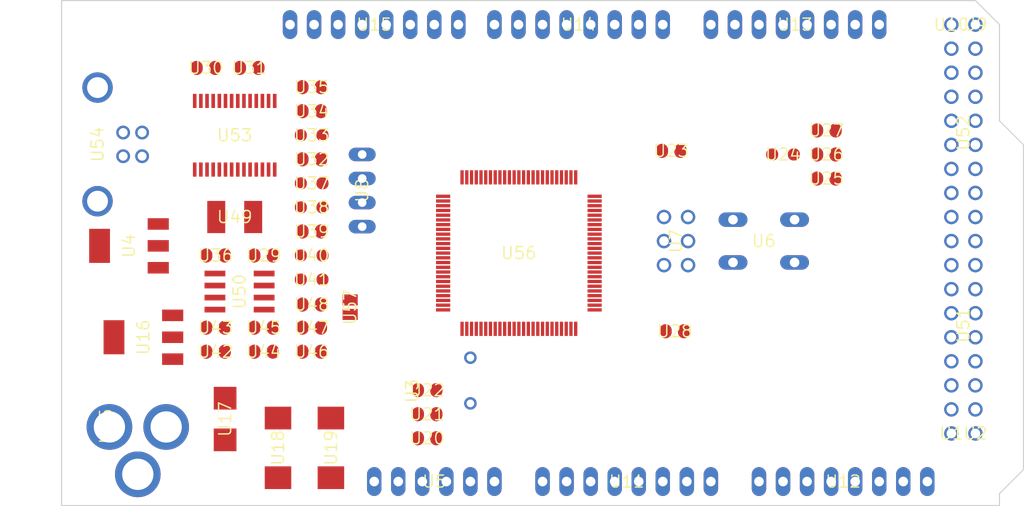
<source format=kicad_pcb>
(kicad_pcb (version 20221018) (generator pcbnew)
  (layers (0 "F.Cu" signal "Top") (31 "B.Cu" signal "Bottom") (34 "B.Paste" user) (35 "F.Paste" user) (36 "B.SilkS" user "B.Silkscreen") (37 "F.SilkS" user "F.Silkscreen") (38 "B.Mask" user) (39 "F.Mask" user) (44 "Edge.Cuts" user))
  (net 0 "")
  (net 1 "+5V")
  (net 2 "GND")
  (net 3 "N$6")
  (net 4 "N$7")
  (net 5 "AREF")
  (net 6 "RESET")
  (net 7 "VIN")
  (net 8 "N$3")
  (net 9 "PWRIN")
  (net 10 "M8RXD")
  (net 11 "M8TXD")
  (net 12 "ADC0")
  (net 13 "ADC2")
  (net 14 "ADC1")
  (net 15 "ADC3")
  (net 16 "ADC4")
  (net 17 "ADC5")
  (net 18 "ADC6")
  (net 19 "ADC7")
  (net 20 "+3V3")
  (net 21 "SDA")
  (net 22 "SCL")
  (net 23 "ADC9")
  (net 24 "ADC8")
  (net 25 "ADC10")
  (net 26 "ADC11")
  (net 27 "ADC12")
  (net 28 "ADC13")
  (net 29 "ADC14")
  (net 30 "ADC15")
  (net 31 "PB3")
  (net 32 "PB2")
  (net 33 "PB1")
  (net 34 "PB5")
  (net 35 "PB4")
  (net 36 "PE5")
  (net 37 "PE4")
  (net 38 "PE3")
  (net 39 "PE1")
  (net 40 "PE0")
  (net 41 "N$15")
  (net 42 "N$53")
  (net 43 "N$54")
  (net 44 "N$55")
  (net 45 "D-")
  (net 46 "D+")
  (net 47 "N$60")
  (net 48 "DTR")
  (net 49 "USBVCC")
  (net 50 "N$2")
  (net 51 "N$4")
  (net 52 "GATE_CMD")
  (net 53 "CMP")
  (net 54 "PB6")
  (net 55 "PH3")
  (net 56 "PH4")
  (net 57 "PH5")
  (net 58 "PH6")
  (net 59 "PG5")
  (net 60 "RXD1")
  (net 61 "TXD1")
  (net 62 "RXD2")
  (net 63 "RXD3")
  (net 64 "TXD2")
  (net 65 "TXD3")
  (net 66 "PC0")
  (net 67 "PC1")
  (net 68 "PC2")
  (net 69 "PC3")
  (net 70 "PC4")
  (net 71 "PC5")
  (net 72 "PC6")
  (net 73 "PC7")
  (net 74 "PB0")
  (net 75 "PG0")
  (net 76 "PG1")
  (net 77 "PG2")
  (net 78 "PD7")
  (net 79 "PA0")
  (net 80 "PA1")
  (net 81 "PA2")
  (net 82 "PA3")
  (net 83 "PA4")
  (net 84 "PA5")
  (net 85 "PA6")
  (net 86 "PA7")
  (net 87 "PL0")
  (net 88 "PL1")
  (net 89 "PL2")
  (net 90 "PL3")
  (net 91 "PL4")
  (net 92 "PL5")
  (net 93 "PL6")
  (net 94 "PL7")
  (net 95 "PB7")
  (net 96 "CTS")
  (net 97 "DSR")
  (net 98 "DCD")
  (net 99 "RI")
  (footprint "Arduino_MEGA_Reference_Design:2X03" (layer "F.Cu") (at 162.5981 103.7336 -90)
    (fp_text reference "U7")
    (fp_text value "")
  )
  (footprint "Arduino_MEGA_Reference_Design:1X08" (layer "F.Cu") (at 152.3111 80.8736 180)
    (fp_text reference "U14")
    (fp_text value "")
  )
  (footprint "Arduino_MEGA_Reference_Design:1X08" (layer "F.Cu") (at 130.7211 80.8736 180)
    (fp_text reference "U15")
    (fp_text value "")
  )
  (footprint "Arduino_MEGA_Reference_Design:SMC_D" (layer "F.Cu") (at 120.5611 125.5776 -90)
    (fp_text reference "U18")
    (fp_text value "")
  )
  (footprint "Arduino_MEGA_Reference_Design:SMC_D" (layer "F.Cu") (at 126.1491 125.5776 -90)
    (fp_text reference "U19")
    (fp_text value "")
  )
  (footprint "Arduino_MEGA_Reference_Design:B3F-10XX" (layer "F.Cu") (at 171.8691 103.7336 180)
    (fp_text reference "U6")
    (fp_text value "")
  )
  (footprint "Arduino_MEGA_Reference_Design:0805RND" (layer "F.Cu") (at 173.9011 94.5896 180)
    (fp_text reference "U24")
    (fp_text value "")
  )
  (footprint "Arduino_MEGA_Reference_Design:SMB" (layer "F.Cu") (at 114.9731 122.5296 -90)
    (fp_text reference "U17")
    (fp_text value "")
  )
  (footprint "Arduino_MEGA_Reference_Design:DC-21MM" (layer "F.Cu") (at 103.0351 123.2916 90)
    (fp_text reference "U55")
    (fp_text value "")
  )
  (footprint "Arduino_MEGA_Reference_Design:HC49_S" (layer "F.Cu") (at 140.8811 118.4656 90)
    (fp_text reference "U3")
    (fp_text value "")
  )
  (footprint "Arduino_MEGA_Reference_Design:SOT223" (layer "F.Cu") (at 106.3371 113.8936 90)
    (fp_text reference "U16")
    (fp_text value "")
  )
  (footprint "Arduino_MEGA_Reference_Design:1X06" (layer "F.Cu") (at 137.0711 129.1336)
    (fp_text reference "U5")
    (fp_text value "")
  )
  (footprint "Arduino_MEGA_Reference_Design:C0805RND" (layer "F.Cu") (at 124.1171 87.4776)
    (fp_text reference "U35")
    (fp_text value "")
  )
  (footprint "Arduino_MEGA_Reference_Design:C0805RND" (layer "F.Cu") (at 162.4711 113.2586)
    (fp_text reference "U28")
    (fp_text value "")
  )
  (footprint "Arduino_MEGA_Reference_Design:C0805RND" (layer "F.Cu") (at 136.3091 122.0216)
    (fp_text reference "U21")
    (fp_text value "")
  )
  (footprint "Arduino_MEGA_Reference_Design:C0805RND" (layer "F.Cu") (at 136.3091 119.4816)
    (fp_text reference "U22")
    (fp_text value "")
  )
  (footprint "Arduino_MEGA_Reference_Design:C0805RND" (layer "F.Cu") (at 113.9571 112.8776)
    (fp_text reference "U43")
    (fp_text value "")
  )
  (footprint "Arduino_MEGA_Reference_Design:RCL_0805RND" (layer "F.Cu") (at 124.1171 105.2576)
    (fp_text reference "U40")
    (fp_text value "")
  )
  (footprint "Arduino_MEGA_Reference_Design:RCL_0805RND" (layer "F.Cu") (at 124.1171 107.7976)
    (fp_text reference "U41")
    (fp_text value "")
  )
  (footprint "Arduino_MEGA_Reference_Design:1X08" (layer "F.Cu") (at 157.3911 129.1336)
    (fp_text reference "U11")
    (fp_text value "")
  )
  (footprint "Arduino_MEGA_Reference_Design:1X08" (layer "F.Cu") (at 175.1711 80.8736 180)
    (fp_text reference "U13")
    (fp_text value "")
  )
  (footprint "Arduino_MEGA_Reference_Design:R0805RND" (layer "F.Cu") (at 178.4731 94.5896 180)
    (fp_text reference "U26")
    (fp_text value "")
  )
  (footprint "Arduino_MEGA_Reference_Design:R0805RND" (layer "F.Cu") (at 178.4731 92.0496 180)
    (fp_text reference "U27")
    (fp_text value "")
  )
  (footprint "Arduino_MEGA_Reference_Design:TQFP100" (layer "F.Cu") (at 146.0011749267578 105.00357055664062 0)
    (fp_text reference "U56")
    (fp_text value "")
  )
  (footprint "Arduino_MEGA_Reference_Design:C0805RND" (layer "F.Cu") (at 162.0901 94.2086 180)
    (fp_text reference "U23")
    (fp_text value "")
  )
  (footprint "Arduino_MEGA_Reference_Design:C0805RND" (layer "F.Cu") (at 136.3091 124.5616)
    (fp_text reference "U20")
    (fp_text value "")
  )
  (footprint "Arduino_MEGA_Reference_Design:1X08" (layer "F.Cu") (at 180.2511 129.1336)
    (fp_text reference "U12")
    (fp_text value "")
  )
  (footprint "Arduino_MEGA_Reference_Design:R0805RND" (layer "F.Cu") (at 124.1171 112.8776)
    (fp_text reference "U47")
    (fp_text value "")
  )
  (footprint "Arduino_MEGA_Reference_Design:C0805RND" (layer "F.Cu") (at 124.1171 115.4176)
    (fp_text reference "U46")
    (fp_text value "")
  )
  (footprint "Arduino_MEGA_Reference_Design:C0805RND" (layer "F.Cu") (at 113.9571 105.2576)
    (fp_text reference "U36")
    (fp_text value "")
  )
  (footprint "Arduino_MEGA_Reference_Design:C0805RND" (layer "F.Cu") (at 112.9411 85.4456)
    (fp_text reference "U30")
    (fp_text value "")
  )
  (footprint "Arduino_MEGA_Reference_Design:0805RND" (layer "F.Cu") (at 124.1171 100.1776 180)
    (fp_text reference "U38")
    (fp_text value "")
  )
  (footprint "Arduino_MEGA_Reference_Design:0805RND" (layer "F.Cu") (at 124.1171 97.6376 180)
    (fp_text reference "U37")
    (fp_text value "")
  )
  (footprint "Arduino_MEGA_Reference_Design:R0805RND" (layer "F.Cu") (at 124.1171 95.0976)
    (fp_text reference "U32")
    (fp_text value "")
  )
  (footprint "Arduino_MEGA_Reference_Design:R0805RND" (layer "F.Cu") (at 124.1171 102.7176)
    (fp_text reference "U39")
    (fp_text value "")
  )
  (footprint "Arduino_MEGA_Reference_Design:SSOP28" (layer "F.Cu") (at 115.9891 92.5576)
    (fp_text reference "U53")
    (fp_text value "")
  )
  (footprint "Arduino_MEGA_Reference_Design:PN61729" (layer "F.Cu") (at 98.9584 93.5228 -90)
    (fp_text reference "U54")
    (fp_text value "")
  )
  (footprint "Arduino_MEGA_Reference_Design:L1812" (layer "F.Cu") (at 115.9891 101.1936)
    (fp_text reference "U49")
    (fp_text value "")
  )
  (footprint "Arduino_MEGA_Reference_Design:C0805RND" (layer "F.Cu") (at 117.5131 85.4456)
    (fp_text reference "U31")
    (fp_text value "")
  )
  (footprint "Arduino_MEGA_Reference_Design:0805RND" (layer "F.Cu") (at 124.1171 92.5576 180)
    (fp_text reference "U33")
    (fp_text value "")
  )
  (footprint "Arduino_MEGA_Reference_Design:R0805RND" (layer "F.Cu") (at 124.1171 90.0176 180)
    (fp_text reference "U34")
    (fp_text value "")
  )
  (footprint "Arduino_MEGA_Reference_Design:C0805RND" (layer "F.Cu") (at 124.1171 110.4392 180)
    (fp_text reference "U48")
    (fp_text value "")
  )
  (footprint "Arduino_MEGA_Reference_Design:SOT223" (layer "F.Cu") (at 104.8131 104.2416 90)
    (fp_text reference "U4")
    (fp_text value "")
  )
  (footprint "Arduino_MEGA_Reference_Design:SO08" (layer "F.Cu") (at 116.4971 109.0676 -90)
    (fp_text reference "U50")
    (fp_text value "")
  )
  (footprint "Arduino_MEGA_Reference_Design:R0805RND" (layer "F.Cu") (at 113.9571 115.4176 180)
    (fp_text reference "U42")
    (fp_text value "")
  )
  (footprint "Arduino_MEGA_Reference_Design:R0805RND" (layer "F.Cu") (at 119.0371 112.8776 180)
    (fp_text reference "U45")
    (fp_text value "")
  )
  (footprint "Arduino_MEGA_Reference_Design:C0805RND" (layer "F.Cu") (at 119.0371 115.4176 180)
    (fp_text reference "U44")
    (fp_text value "")
  )
  (footprint "Arduino_MEGA_Reference_Design:C0805RND" (layer "F.Cu") (at 119.0371 105.2576)
    (fp_text reference "U29")
    (fp_text value "")
  )
  (footprint "Arduino_MEGA_Reference_Design:2X08" (layer "F.Cu") (at 192.9511 92.3036 90)
    (fp_text reference "U52")
    (fp_text value "")
  )
  (footprint "Arduino_MEGA_Reference_Design:2X08" (layer "F.Cu") (at 192.9511 112.6236 90)
    (fp_text reference "U51")
    (fp_text value "")
  )
  (footprint "Arduino_MEGA_Reference_Design:R0805RND" (layer "F.Cu") (at 178.4731 97.1296 180)
    (fp_text reference "U25")
    (fp_text value "")
  )
  (footprint "Arduino_MEGA_Reference_Design:1X01" (layer "F.Cu") (at 191.6811 80.8736)
    (fp_text reference "U10")
    (fp_text value "")
  )
  (footprint "Arduino_MEGA_Reference_Design:1X01" (layer "F.Cu") (at 194.2211 80.8736)
    (fp_text reference "U9")
    (fp_text value "")
  )
  (footprint "Arduino_MEGA_Reference_Design:1X01" (layer "F.Cu") (at 191.6811 124.0536)
    (fp_text reference "U1")
    (fp_text value "")
  )
  (footprint "Arduino_MEGA_Reference_Design:1X01" (layer "F.Cu") (at 194.2211 124.0536)
    (fp_text reference "U2")
    (fp_text value "")
  )
  (footprint "Arduino_MEGA_Reference_Design:SJ" (layer "F.Cu") (at 128.1811 110.7186 -90)
    (fp_text reference "U57")
    (fp_text value "")
  )
  (footprint "Arduino_MEGA_Reference_Design:JP4" (layer "F.Cu") (at 129.4511 98.3996 -90)
    (fp_text reference "U8")
    (fp_text value "")
  )
  (gr_line (start 196.7611 80.8736) (end 196.7611 91.0336) (layer "Edge.Cuts") (width 0.12))
  (gr_line (start 196.7611 130.4036) (end 196.7611 131.6736) (layer "Edge.Cuts") (width 0.12))
  (gr_line (start 194.2211 78.3336) (end 196.7611 80.8736) (layer "Edge.Cuts") (width 0.12))
  (gr_line (start 97.7011 78.3336) (end 194.2211 78.3336) (layer "Edge.Cuts") (width 0.12))
  (gr_line (start 196.7611 91.0336) (end 199.3011 93.5736) (layer "Edge.Cuts") (width 0.12))
  (gr_line (start 97.7011 131.6736) (end 97.7011 78.3336) (layer "Edge.Cuts") (width 0.12))
  (gr_line (start 196.7611 131.6736) (end 97.7011 131.6736) (layer "Edge.Cuts") (width 0.12))
  (gr_line (start 199.3011 93.5736) (end 199.3011 127.8636) (layer "Edge.Cuts") (width 0.12))
  (gr_line (start 199.3011 127.8636) (end 196.7611 130.4036) (layer "Edge.Cuts") (width 0.12))
)
</source>
